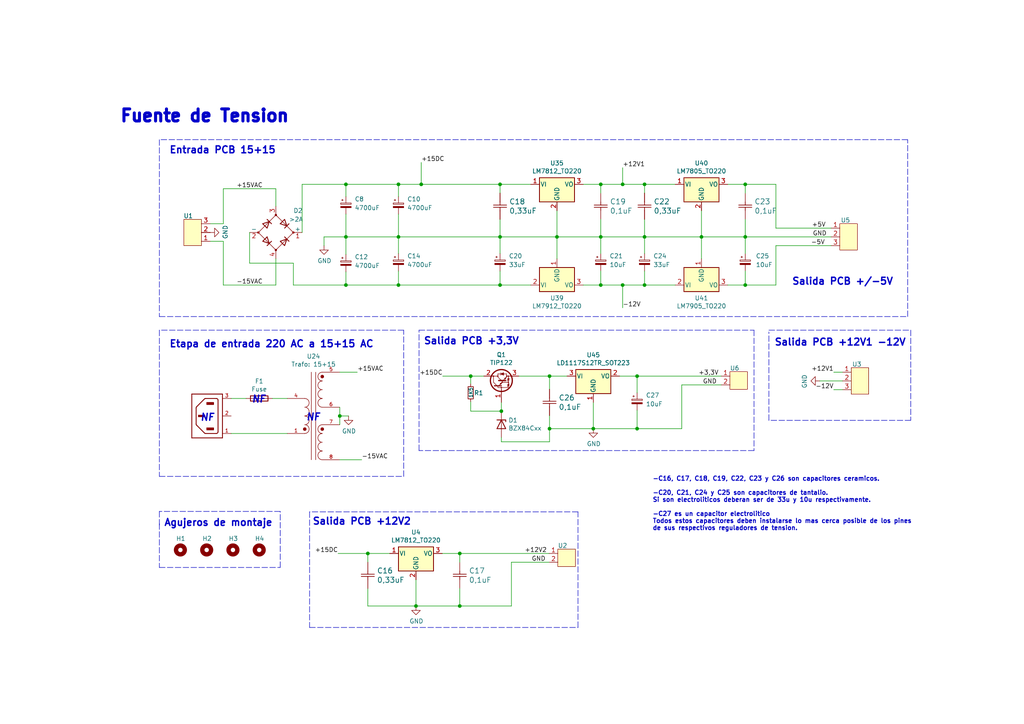
<source format=kicad_sch>
(kicad_sch (version 20211123) (generator eeschema)
  (paper "A4")
  (title_block (title "PLACA DE ALIMENTACIÓN") (date "2021-12-15") (rev "V02") (comment 2 "creativecommons.org/licenses/by/4.0/") (comment 3 "License: CC BY 4.0") (comment 4 "Author: Ibañez Lucas"))
  (lib_symbols
    (symbol "6ESRM-P:6ESRM-P" (pin_names (offset 1.016) hide)
      (symbol "6ESRM-P_0_0"
        (polyline (pts (xy 0 -6.35) (xy 8.89 -6.35)) (stroke (width 0.254)))
        (polyline (pts (xy 0 6.35) (xy 0 -6.35)) (stroke (width 0.254)))
        (polyline (pts (xy 1.27 4.572) (xy 1.27 -4.572)) (stroke (width 0.254)))
        (polyline (pts (xy 1.778 -5.08) (xy 4.8768 -5.08)) (stroke (width 0.254)))
        (polyline (pts (xy 4.8768 5.08) (xy 1.778 5.08)) (stroke (width 0.254)))
        (polyline (pts (xy 5.2324 -4.9276) (xy 7.4676 -2.6924)) (stroke (width 0.254)))
        (polyline (pts (xy 7.4676 2.6924) (xy 5.2324 4.9276)) (stroke (width 0.254)))
        (polyline (pts (xy 7.62 -2.3368) (xy 7.62 2.3368)) (stroke (width 0.254)))
        (polyline (pts (xy 8.89 -6.35) (xy 8.89 6.35)) (stroke (width 0.254)))
        (polyline (pts (xy 8.89 6.35) (xy 0 6.35)) (stroke (width 0.254)))
        (arc (start 1.27 -4.572) (mid 1.4188 -4.9312) (end 1.778 -5.08) (stroke (width 0.254)))
        (arc (start 1.778 5.08) (mid 1.4188 4.9312) (end 1.27 4.572) (stroke (width 0.254)))
        (rectangle (start 2.54 -3.937) (end 4.572 -3.302) (fill (type outline)))
        (rectangle (start 2.54 3.429) (end 4.572 4.064) (fill (type outline)))
        (arc (start 4.8768 -5.08) (mid 5.0708 -5.0415) (end 5.2324 -4.9276) (stroke (width 0.254)))
        (rectangle (start 5.08 -0.254) (end 6.985 0.254) (fill (type outline)))
        (arc (start 5.2324 4.9276) (mid 5.0687 5.0368) (end 4.8768 5.08) (stroke (width 0.254)))
        (arc (start 7.4676 -2.6924) (mid 7.5768 -2.5287) (end 7.62 -2.3368) (stroke (width 0.254)))
        (arc (start 7.62 2.3368) (mid 7.5815 2.5308) (end 7.4676 2.6924) (stroke (width 0.254)))
        (pin passive line (at -2.54 5.08 0) (length 2.54) (name "~") (number "1"))
        (pin passive line (at -2.54 0 0) (length 2.54) (name "~") (number "2"))
        (pin passive line (at -2.54 -5.08 0) (length 2.54) (name "~") (number "3"))
      )
    )
    (symbol "CEDCp:Bornera_1x2"
      (property "Reference" "U" (at 0.762 2.286 0))
      (property "Value" "Bornera_1x2" (at 3.048 -4.826 0))
      (symbol "Bornera_1x2_0_1"
        (rectangle (start 0 1.27) (end 5.08 -3.81) (fill (type background)))
      )
      (symbol "Bornera_1x2_1_1"
        (pin input line (at -2.54 0 0) (length 2.54) (name "") (number "1"))
        (pin input line (at -2.54 -2.54 0) (length 2.54) (name "") (number "2"))
      )
    )
    (symbol "CEDCp:Bornera_1x3"
      (property "Reference" "U" (at 0.762 2.286 0))
      (property "Value" "Bornera_1x3" (at 2.54 -7.62 0))
      (symbol "Bornera_1x3_0_1"
        (rectangle (start 0 1.27) (end 5.08 -6.35) (fill (type background)))
      )
      (symbol "Bornera_1x3_1_1"
        (pin input line (at -2.54 0 0) (length 2.54) (name "") (number "1"))
        (pin input line (at -2.54 -2.54 0) (length 2.54) (name "") (number "2"))
        (pin input line (at -2.54 -5.08 0) (length 2.54) (name "") (number "3"))
      )
    )
    (symbol "Capacitor_2:C315C222K1R5CA" (pin_numbers hide) (pin_names (offset 1.651) hide)
      (property "Reference" "C" (at 3.81 3.81 0))
      (property "Value" "Capacitor_2_C315C222K1R5CA" (at 3.81 -7.62 0))
      (symbol "C315C222K1R5CA_1_1"
        (polyline (pts (xy 2.54 0) (xy 3.4798 0)) (stroke (width 0.2032)))
        (polyline (pts (xy 3.4798 -1.905) (xy 3.4798 1.905)) (stroke (width 0.2032)))
        (polyline (pts (xy 4.1148 -1.905) (xy 4.1148 1.905)) (stroke (width 0.2032)))
        (polyline (pts (xy 4.1148 0) (xy 5.08 0)) (stroke (width 0.2032)))
        (pin unspecified line (at 0 0 0) (length 2.54) (name "1") (number "1"))
        (pin unspecified line (at 7.62 0 180) (length 2.54) (name "2") (number "2"))
      )
    )
    (symbol "Device:C_Polarized_Small" (pin_numbers hide) (pin_names (offset 0.254) hide)
      (property "Reference" "C" (at 0.254 1.778 0))
      (property "Value" "C_Polarized_Small" (at 0.254 -2.032 0))
      (symbol "C_Polarized_Small_0_1"
        (rectangle (start -1.524 -0.3048) (end 1.524 -0.6858) (fill (type outline)))
        (rectangle (start -1.524 0.6858) (end 1.524 0.3048))
        (polyline (pts (xy -1.27 1.524) (xy -0.762 1.524)))
        (polyline (pts (xy -1.016 1.27) (xy -1.016 1.778)))
      )
      (symbol "C_Polarized_Small_1_1"
        (pin passive line (at 0 2.54 270) (length 1.8542) (name "~") (number "1"))
        (pin passive line (at 0 -2.54 90) (length 1.8542) (name "~") (number "2"))
      )
    )
    (symbol "Device:D_Bridge_+-AA" (pin_names (offset 0))
      (property "Reference" "D" (at 2.54 6.985 0))
      (property "Value" "D_Bridge_+-AA" (at 2.54 5.08 0))
      (symbol "D_Bridge_+-AA_0_1"
        (circle (center -5.08 0) (radius 0.254) (fill (type outline)))
        (circle (center 0 -5.08) (radius 0.254) (fill (type outline)))
        (polyline (pts (xy -2.54 3.81) (xy -1.27 2.54)) (stroke (width 0.254)))
        (polyline (pts (xy -1.27 -2.54) (xy -2.54 -3.81)) (stroke (width 0.254)))
        (polyline (pts (xy 2.54 -1.27) (xy 3.81 -2.54)) (stroke (width 0.254)))
        (polyline (pts (xy 2.54 1.27) (xy 3.81 2.54)) (stroke (width 0.254)))
        (polyline (pts (xy -3.81 2.54) (xy -2.54 1.27) (xy -1.905 3.175) (xy -3.81 2.54)) (stroke (width 0.254)))
        (polyline (pts (xy -2.54 -1.27) (xy -3.81 -2.54) (xy -1.905 -3.175) (xy -2.54 -1.27)) (stroke (width 0.254)))
        (polyline (pts (xy 1.27 2.54) (xy 2.54 3.81) (xy 3.175 1.905) (xy 1.27 2.54)) (stroke (width 0.254)))
        (polyline (pts (xy 3.175 -1.905) (xy 1.27 -2.54) (xy 2.54 -3.81) (xy 3.175 -1.905)) (stroke (width 0.254)))
        (polyline (pts (xy -5.08 0) (xy 0 -5.08) (xy 5.08 0) (xy 0 5.08) (xy -5.08 0)))
        (circle (center 0 5.08) (radius 0.254) (fill (type outline)))
        (circle (center 5.08 0) (radius 0.254) (fill (type outline)))
      )
      (symbol "D_Bridge_+-AA_1_1"
        (pin passive line (at 7.62 0 180) (length 2.54) (name "+") (number "1"))
        (pin passive line (at -7.62 0 0) (length 2.54) (name "-") (number "2"))
        (pin passive line (at 0 7.62 270) (length 2.54) (name "~") (number "3"))
        (pin passive line (at 0 -7.62 90) (length 2.54) (name "~") (number "4"))
      )
    )
    (symbol "Device:Fuse" (pin_numbers hide) (pin_names (offset 0))
      (property "Reference" "F" (at 2.032 0 90))
      (property "Value" "Fuse" (at -1.905 0 90))
      (symbol "Fuse_0_1"
        (rectangle (start -0.762 -2.54) (end 0.762 2.54) (stroke (width 0.254)))
        (polyline (pts (xy 0 2.54) (xy 0 -2.54)))
      )
      (symbol "Fuse_1_1"
        (pin passive line (at 0 3.81 270) (length 1.27) (name "~") (number "1"))
        (pin passive line (at 0 -3.81 90) (length 1.27) (name "~") (number "2"))
      )
    )
    (symbol "Device:R_Small" (pin_numbers hide) (pin_names (offset 0.254) hide)
      (property "Reference" "R" (at 0.762 0.508 0))
      (property "Value" "R_Small" (at 0.762 -1.016 0))
      (symbol "R_Small_0_1"
        (rectangle (start -0.762 1.778) (end 0.762 -1.778) (stroke (width 0.2032)))
      )
      (symbol "R_Small_1_1"
        (pin passive line (at 0 2.54 270) (length 0.762) (name "~") (number "1"))
        (pin passive line (at 0 -2.54 90) (length 0.762) (name "~") (number "2"))
      )
    )
    (symbol "Diode:BZX84Cxx" (pin_numbers hide) (pin_names (offset 1.016) hide)
      (property "Reference" "D" (at 0 2.54 0))
      (property "Value" "BZX84Cxx" (at 0 -2.54 0))
      (symbol "BZX84Cxx_0_1"
        (polyline (pts (xy 1.27 0) (xy -1.27 0)))
        (polyline (pts (xy -1.27 -1.27) (xy -1.27 1.27) (xy -0.762 1.27)) (stroke (width 0.254)))
        (polyline (pts (xy 1.27 -1.27) (xy 1.27 1.27) (xy -1.27 0) (xy 1.27 -1.27)) (stroke (width 0.254)))
      )
      (symbol "BZX84Cxx_1_1"
        (pin passive line (at -3.81 0 0) (length 2.54) (name "K") (number "1"))
        (pin passive line (at 3.81 0 180) (length 2.54) (name "A") (number "2"))
      )
    )
    (symbol "Mechanical:MountingHole" (pin_names (offset 1.016))
      (property "Reference" "H" (at 0 5.08 0))
      (property "Value" "MountingHole" (at 0 3.175 0))
      (symbol "MountingHole_0_1"
        (circle (center 0 0) (radius 1.27) (stroke (width 1.27)))
      )
    )
    (symbol "Regulator_Linear:LD1117S12TR_SOT223" (pin_names (offset 0.254))
      (property "Reference" "U" (at -3.81 3.175 0))
      (property "Value" "LD1117S12TR_SOT223" (at 0 3.175 0))
      (symbol "LD1117S12TR_SOT223_0_1"
        (rectangle (start -5.08 -5.08) (end 5.08 1.905) (stroke (width 0.254)) (fill (type background)))
      )
      (symbol "LD1117S12TR_SOT223_1_1"
        (pin power_in line (at 0 -7.62 90) (length 2.54) (name "GND") (number "1"))
        (pin power_out line (at 7.62 0 180) (length 2.54) (name "VO") (number "2"))
        (pin power_in line (at -7.62 0 0) (length 2.54) (name "VI") (number "3"))
      )
    )
    (symbol "Regulator_Linear:LM7805_TO220" (pin_names (offset 0.254))
      (property "Reference" "U" (at -3.81 3.175 0))
      (property "Value" "LM7805_TO220" (at 0 3.175 0))
      (symbol "LM7805_TO220_0_1"
        (rectangle (start -5.08 1.905) (end 5.08 -5.08) (stroke (width 0.254)) (fill (type background)))
      )
      (symbol "LM7805_TO220_1_1"
        (pin power_in line (at -7.62 0 0) (length 2.54) (name "VI") (number "1"))
        (pin power_in line (at 0 -7.62 90) (length 2.54) (name "GND") (number "2"))
        (pin power_out line (at 7.62 0 180) (length 2.54) (name "VO") (number "3"))
      )
    )
    (symbol "Regulator_Linear:LM7812_TO220" (pin_names (offset 0.254))
      (property "Reference" "U" (at -3.81 3.175 0))
      (property "Value" "LM7812_TO220" (at 0 3.175 0))
      (symbol "LM7812_TO220_0_1"
        (rectangle (start -5.08 1.905) (end 5.08 -5.08) (stroke (width 0.254)) (fill (type background)))
      )
      (symbol "LM7812_TO220_1_1"
        (pin power_in line (at -7.62 0 0) (length 2.54) (name "VI") (number "1"))
        (pin power_in line (at 0 -7.62 90) (length 2.54) (name "GND") (number "2"))
        (pin power_out line (at 7.62 0 180) (length 2.54) (name "VO") (number "3"))
      )
    )
    (symbol "Regulator_Linear:LM7905_TO220" (pin_names (offset 0.254))
      (property "Reference" "U" (at -3.81 -3.175 0))
      (property "Value" "LM7905_TO220" (at 0 -3.175 0))
      (symbol "LM7905_TO220_0_1"
        (rectangle (start -5.08 5.08) (end 5.08 -1.905) (stroke (width 0.254)) (fill (type background)))
      )
      (symbol "LM7905_TO220_1_1"
        (pin power_in line (at 0 7.62 270) (length 2.54) (name "GND") (number "1"))
        (pin power_in line (at -7.62 0 0) (length 2.54) (name "VI") (number "2"))
        (pin power_out line (at 7.62 0 180) (length 2.54) (name "VO") (number "3"))
      )
    )
    (symbol "Regulator_Linear:LM7912_TO220" (pin_names (offset 0.254))
      (property "Reference" "U" (at -3.81 -3.175 0))
      (property "Value" "LM7912_TO220" (at 0 -3.175 0))
      (symbol "LM7912_TO220_0_1"
        (rectangle (start -5.08 5.08) (end 5.08 -1.905) (stroke (width 0.254)) (fill (type background)))
      )
      (symbol "LM7912_TO220_1_1"
        (pin power_in line (at 0 7.62 270) (length 2.54) (name "GND") (number "1"))
        (pin power_in line (at -7.62 0 0) (length 2.54) (name "VI") (number "2"))
        (pin power_out line (at 7.62 0 180) (length 2.54) (name "VO") (number "3"))
      )
    )
    (symbol "ST-4-24:ST-4-24" (pin_names (offset 1.016) hide)
      (property "Reference" "T" (at -9.4234 13.2334 0))
      (property "Value" "ST-4-24_ST-4-24" (at -8.382 -14.986 0))
      (symbol "ST-4-24_0_0"
        (arc (start -2.54 -5.08) (mid -1.27 -3.81) (end -2.54 -2.54) (stroke (width 0.1524)))
        (circle (center -2.54 -3.81) (radius 0.254) (stroke (width 0.508)))
        (arc (start -2.54 -2.54) (mid -1.27 -1.27) (end -2.54 0) (stroke (width 0.1524)))
        (arc (start -2.54 0) (mid -1.27 1.27) (end -2.54 2.54) (stroke (width 0.1524)))
        (arc (start -2.54 2.54) (mid -1.27 3.81) (end -2.54 5.08) (stroke (width 0.1524)))
        (polyline (pts (xy -0.635 12.7) (xy -0.635 -12.7)) (stroke (width 0.1524)))
        (polyline (pts (xy 0.635 12.7) (xy 0.635 -12.7)) (stroke (width 0.1524)))
        (arc (start 2.54 -10.16) (mid 1.27 -11.43) (end 2.54 -12.7) (stroke (width 0.1524)))
        (arc (start 2.54 -7.62) (mid 1.27 -8.89) (end 2.54 -10.16) (stroke (width 0.1524)))
        (arc (start 2.54 -5.08) (mid 1.27 -6.35) (end 2.54 -7.62) (stroke (width 0.1524)))
        (circle (center 2.54 -3.81) (radius 0.254) (stroke (width 0.508)))
        (arc (start 2.54 -2.54) (mid 1.27 -3.81) (end 2.54 -5.08) (stroke (width 0.1524)))
        (arc (start 2.54 5.08) (mid 1.27 3.81) (end 2.54 2.54) (stroke (width 0.1524)))
        (arc (start 2.54 7.62) (mid 1.27 6.35) (end 2.54 5.08) (stroke (width 0.1524)))
        (arc (start 2.54 10.16) (mid 1.27 8.89) (end 2.54 7.62) (stroke (width 0.1524)))
        (circle (center 2.54 11.43) (radius 0.254) (stroke (width 0.508)))
        (arc (start 2.54 12.7) (mid 1.27 11.43) (end 2.54 10.16) (stroke (width 0.1524)))
        (pin passive line (at -7.62 -5.08 0) (length 5.08) (name "~") (number "1"))
        (pin passive line (at -7.62 5.08 0) (length 5.08) (name "~") (number "4"))
        (pin passive line (at 7.62 12.7 180) (length 5.08) (name "~") (number "5"))
        (pin passive line (at 7.62 2.54 180) (length 5.08) (name "~") (number "6"))
        (pin passive line (at 7.62 -2.54 180) (length 5.08) (name "~") (number "7"))
        (pin passive line (at 7.62 -12.7 180) (length 5.08) (name "~") (number "8"))
      )
    )
    (symbol "Transistor_BJT:TIP122" (pin_names (offset 0) hide)
      (property "Reference" "Q" (at 5.08 1.905 0))
      (property "Value" "TIP122" (at 5.08 0 0))
      (symbol "TIP122_0_1"
        (circle (center -0.762 0) (radius 0.127))
        (polyline (pts (xy -1.27 0) (xy -0.889 0)))
        (polyline (pts (xy 2.54 -2.032) (xy 2.54 -2.54)))
        (polyline (pts (xy 2.54 -1.524) (xy 3.175 -1.524)))
        (polyline (pts (xy 2.794 0.127) (xy 3.556 0.127)))
        (polyline (pts (xy 3.175 -0.635) (xy 3.175 -1.524)))
        (polyline (pts (xy 3.175 1.016) (xy 2.54 1.016)))
        (polyline (pts (xy 3.175 1.016) (xy 3.175 0.127)))
        (polyline (pts (xy -0.254 0.762) (xy 0.762 -0.254) (xy 1.27 -0.254)))
        (polyline (pts (xy -0.254 1.016) (xy -0.762 1.016) (xy -0.762 -2.032)))
        (polyline (pts (xy -0.254 1.27) (xy 0.762 2.286) (xy 2.54 2.286)))
        (polyline (pts (xy -0.254 2.032) (xy -0.254 0) (xy -0.254 0)) (stroke (width 0.3048)))
        (polyline (pts (xy 1.27 0.762) (xy 1.27 -1.27) (xy 1.27 -1.27)) (stroke (width 0.381)))
        (polyline (pts (xy 0.635 -0.127) (xy 0.381 0.381) (xy 0.127 0.127) (xy 0.635 -0.127)))
        (polyline (pts (xy 1.27 -0.508) (xy 2.286 -1.524) (xy 2.54 -1.524) (xy 2.54 -2.032)))
        (polyline (pts (xy 1.27 0) (xy 2.286 1.016) (xy 2.54 1.016) (xy 2.54 2.286)))
        (polyline (pts (xy 2.159 -1.397) (xy 1.905 -0.889) (xy 1.651 -1.143) (xy 2.159 -1.397)))
        (polyline (pts (xy 3.175 0.127) (xy 2.794 -0.635) (xy 3.556 -0.635) (xy 3.175 0.127)) (fill (type outline)))
        (polyline (pts (xy 0.762 -2.032) (xy 0.381 -2.032) (xy 0.254 -2.286) (xy 0.127 -1.778) (xy 0 -2.286) (xy -0.127 -1.778) (xy -0.254 -2.286) (xy -0.381 -1.778) (xy -0.508 -2.032) (xy -0.762 -2.032)))
        (polyline (pts (xy 0.762 -0.254) (xy 0.762 -2.032) (xy 1.143 -2.032) (xy 1.27 -1.778) (xy 1.397 -2.286) (xy 1.524 -1.778) (xy 1.651 -2.286) (xy 1.778 -1.778) (xy 1.905 -2.286) (xy 2.032 -2.032) (xy 2.54 -2.032)))
        (circle (center 0.762 -2.032) (radius 0.127))
        (circle (center 0.762 -0.254) (radius 0.127))
        (circle (center 1.27 0) (radius 3.175) (stroke (width 0.3556)))
        (circle (center 2.54 -2.032) (radius 0.127))
        (circle (center 2.54 -1.524) (radius 0.127))
        (circle (center 2.54 1.016) (radius 0.127))
        (circle (center 2.54 2.286) (radius 0.127))
      )
      (symbol "TIP122_1_1"
        (pin input line (at -5.08 0 0) (length 3.81) (name "B") (number "1"))
        (pin passive line (at 2.54 5.08 270) (length 2.667) (name "C") (number "2"))
        (pin passive line (at 2.54 -5.08 90) (length 2.54) (name "E") (number "3"))
      )
    )
    (symbol "power:GND" (power) (pin_names (offset 0))
      (property "Value" "GND" (at 0 -3.81 0))
      (symbol "GND_0_1"
        (polyline (pts (xy 0 0) (xy 0 -1.27) (xy 1.27 -1.27) (xy 0 -2.54) (xy -1.27 -1.27) (xy 0 -1.27)))
      )
      (symbol "GND_1_1"
        (pin power_in line (at 0 0 270) (length 0) hide (name "GND") (number "1"))
      )
    )
  )
  (junction (at 180.594 53.467))
  (junction (at 203.454 68.707))
  (junction (at 145.034 53.467))
  (junction (at 115.57 68.707))
  (junction (at 120.65 175.768))
  (junction (at 174.244 68.707))
  (junction (at 186.944 82.677))
  (junction (at 186.944 68.707))
  (junction (at 115.57 82.677))
  (junction (at 174.244 82.677))
  (junction (at 180.594 82.677))
  (junction (at 100.33 82.677))
  (junction (at 133.35 160.528))
  (junction (at 184.785 109.093))
  (junction (at 186.944 53.467))
  (junction (at 184.785 124.333))
  (junction (at 98.552 120.65))
  (junction (at 106.68 160.528))
  (junction (at 122.174 53.467))
  (junction (at 100.33 53.467))
  (junction (at 216.154 68.707))
  (junction (at 159.385 109.093))
  (junction (at 133.35 175.768))
  (junction (at 174.244 53.467))
  (junction (at 145.034 68.707))
  (junction (at 161.544 68.707))
  (junction (at 145.415 119.253))
  (junction (at 216.154 82.677))
  (junction (at 216.154 53.467))
  (junction (at 172.085 124.333))
  (junction (at 100.33 68.707))
  (junction (at 136.525 109.093))
  (junction (at 145.034 82.677))
  (junction (at 159.385 124.333))
  (junction (at 115.57 53.467))
  (wire (pts (xy 172.085 124.333) (xy 184.785 124.333)))
  (wire (pts (xy 101.092 120.65) (xy 98.552 120.65)))
  (wire (pts (xy 145.034 56.007) (xy 145.034 53.467)))
  (wire (pts (xy 186.944 53.467) (xy 195.834 53.467)))
  (wire (pts (xy 93.98 68.707) (xy 93.98 71.247)))
  (wire (pts (xy 115.57 62.103) (xy 115.57 68.707)))
  (polyline (pts (xy 117.094 138.176) (xy 117.094 95.758)))
  (wire (pts (xy 161.544 68.707) (xy 174.244 68.707)))
  (wire (pts (xy 203.454 61.087) (xy 203.454 68.707)))
  (wire (pts (xy 184.785 109.093) (xy 209.169 109.093)))
  (wire (pts (xy 145.034 68.707) (xy 145.034 73.533)))
  (wire (pts (xy 203.454 68.707) (xy 216.154 68.707)))
  (polyline (pts (xy 46.228 100.33) (xy 46.228 138.176)))
  (wire (pts (xy 98.044 160.528) (xy 106.68 160.528)))
  (polyline (pts (xy 81.28 164.592) (xy 81.28 148.336)))
  (polyline (pts (xy 263.271 40.513) (xy 46.228 40.513)))
  (wire (pts (xy 60.96 69.977) (xy 64.77 69.977)))
  (polyline (pts (xy 218.694 130.683) (xy 121.539 130.683)))
  (wire (pts (xy 98.552 120.65) (xy 98.552 123.19)))
  (wire (pts (xy 169.164 53.467) (xy 174.244 53.467)))
  (wire (pts (xy 195.834 82.677) (xy 186.944 82.677)))
  (wire (pts (xy 100.33 68.707) (xy 100.33 73.787)))
  (wire (pts (xy 64.77 54.737) (xy 80.01 54.737)))
  (wire (pts (xy 145.415 119.253) (xy 145.415 116.713)))
  (wire (pts (xy 136.525 119.253) (xy 145.415 119.253)))
  (wire (pts (xy 244.348 113.03) (xy 241.808 113.03)))
  (wire (pts (xy 100.33 53.467) (xy 100.33 57.023)))
  (wire (pts (xy 225.044 71.247) (xy 241.046 71.247)))
  (polyline (pts (xy 46.228 95.758) (xy 46.228 100.33)))
  (wire (pts (xy 241.046 68.707) (xy 216.154 68.707)))
  (wire (pts (xy 180.594 53.467) (xy 174.244 53.467)))
  (wire (pts (xy 184.785 118.999) (xy 184.785 124.333)))
  (wire (pts (xy 225.044 82.677) (xy 216.154 82.677)))
  (wire (pts (xy 241.046 66.167) (xy 225.044 66.167)))
  (polyline (pts (xy 89.789 181.991) (xy 167.64 181.991)))
  (wire (pts (xy 186.944 78.613) (xy 186.944 82.677)))
  (polyline (pts (xy 218.694 95.758) (xy 218.694 130.683)))
  (wire (pts (xy 203.454 75.057) (xy 203.454 68.707)))
  (wire (pts (xy 60.96 64.897) (xy 64.77 64.897)))
  (wire (pts (xy 136.525 109.093) (xy 136.525 111.379)))
  (wire (pts (xy 145.034 82.677) (xy 115.57 82.677)))
  (wire (pts (xy 122.174 53.467) (xy 145.034 53.467)))
  (polyline (pts (xy 167.64 148.463) (xy 89.789 148.463)))
  (wire (pts (xy 174.244 82.677) (xy 169.164 82.677)))
  (polyline (pts (xy 223.012 121.92) (xy 223.012 96.266)))
  (wire (pts (xy 145.034 82.677) (xy 153.924 82.677)))
  (wire (pts (xy 145.034 78.613) (xy 145.034 82.677)))
  (wire (pts (xy 64.77 69.977) (xy 64.77 82.677)))
  (wire (pts (xy 98.552 107.95) (xy 103.632 107.95)))
  (polyline (pts (xy 264.16 95.758) (xy 264.16 121.92)))
  (wire (pts (xy 145.034 68.707) (xy 161.544 68.707)))
  (polyline (pts (xy 81.28 148.336) (xy 46.228 148.336)))
  (wire (pts (xy 237.744 110.49) (xy 244.348 110.49)))
  (wire (pts (xy 120.65 168.148) (xy 120.65 175.768)))
  (wire (pts (xy 161.544 61.087) (xy 161.544 68.707)))
  (polyline (pts (xy 223.012 95.758) (xy 264.16 95.758)))
  (wire (pts (xy 197.739 111.633) (xy 209.169 111.633)))
  (wire (pts (xy 159.385 109.093) (xy 159.385 112.903)))
  (polyline (pts (xy 121.539 95.758) (xy 218.694 95.758)))
  (wire (pts (xy 174.244 68.707) (xy 174.244 73.533)))
  (wire (pts (xy 159.385 128.143) (xy 159.385 124.333)))
  (wire (pts (xy 106.68 163.068) (xy 106.68 160.528)))
  (wire (pts (xy 145.415 128.143) (xy 159.385 128.143)))
  (wire (pts (xy 186.944 68.707) (xy 186.944 73.533)))
  (wire (pts (xy 197.739 124.333) (xy 197.739 111.633)))
  (polyline (pts (xy 264.16 121.92) (xy 223.012 121.92)))
  (wire (pts (xy 145.034 53.467) (xy 153.924 53.467)))
  (wire (pts (xy 100.33 62.103) (xy 100.33 68.707)))
  (wire (pts (xy 159.385 124.333) (xy 159.385 120.523)))
  (polyline (pts (xy 46.228 138.176) (xy 117.094 138.176)))
  (wire (pts (xy 115.57 68.707) (xy 100.33 68.707)))
  (wire (pts (xy 186.944 56.007) (xy 186.944 53.467)))
  (wire (pts (xy 106.68 175.768) (xy 120.65 175.768)))
  (wire (pts (xy 180.594 89.281) (xy 180.594 82.677)))
  (wire (pts (xy 241.808 107.95) (xy 244.348 107.95)))
  (wire (pts (xy 179.705 109.093) (xy 184.785 109.093)))
  (wire (pts (xy 216.154 68.707) (xy 216.154 73.533)))
  (wire (pts (xy 133.35 163.068) (xy 133.35 160.528)))
  (wire (pts (xy 148.336 163.068) (xy 159.258 163.068)))
  (polyline (pts (xy 46.228 40.513) (xy 46.228 91.821)))
  (wire (pts (xy 159.385 124.333) (xy 172.085 124.333)))
  (wire (pts (xy 78.994 115.57) (xy 83.312 115.57)))
  (wire (pts (xy 180.594 82.677) (xy 174.244 82.677)))
  (wire (pts (xy 87.63 53.467) (xy 100.33 53.467)))
  (polyline (pts (xy 121.539 130.683) (xy 121.539 95.758)))
  (wire (pts (xy 136.525 109.093) (xy 140.335 109.093)))
  (wire (pts (xy 80.01 75.057) (xy 80.01 82.677)))
  (wire (pts (xy 98.552 118.11) (xy 98.552 120.65)))
  (wire (pts (xy 115.57 78.613) (xy 115.57 82.677)))
  (wire (pts (xy 98.552 133.35) (xy 104.902 133.35)))
  (wire (pts (xy 133.35 170.688) (xy 133.35 175.768)))
  (polyline (pts (xy 89.789 148.463) (xy 89.789 181.991)))
  (polyline (pts (xy 46.228 148.336) (xy 46.228 152.4)))
  (wire (pts (xy 128.397 109.093) (xy 136.525 109.093)))
  (wire (pts (xy 174.244 78.613) (xy 174.244 82.677)))
  (wire (pts (xy 64.77 82.677) (xy 80.01 82.677)))
  (wire (pts (xy 172.085 116.713) (xy 172.085 124.333)))
  (wire (pts (xy 186.944 53.467) (xy 180.594 53.467)))
  (polyline (pts (xy 117.094 95.758) (xy 46.228 95.758)))
  (wire (pts (xy 122.174 47.117) (xy 122.174 53.467)))
  (wire (pts (xy 159.385 109.093) (xy 150.495 109.093)))
  (wire (pts (xy 161.544 68.707) (xy 161.544 75.057)))
  (wire (pts (xy 186.944 82.677) (xy 180.594 82.677)))
  (wire (pts (xy 106.68 170.688) (xy 106.68 175.768)))
  (wire (pts (xy 80.01 54.737) (xy 80.01 59.817)))
  (wire (pts (xy 225.044 82.677) (xy 225.044 71.247)))
  (wire (pts (xy 148.336 175.768) (xy 148.336 163.068)))
  (wire (pts (xy 67.056 125.73) (xy 83.312 125.73)))
  (wire (pts (xy 71.374 115.57) (xy 67.056 115.57)))
  (wire (pts (xy 100.33 78.867) (xy 100.33 82.677)))
  (wire (pts (xy 133.35 175.768) (xy 148.336 175.768)))
  (wire (pts (xy 216.154 78.613) (xy 216.154 82.677)))
  (wire (pts (xy 136.525 116.459) (xy 136.525 119.253)))
  (wire (pts (xy 115.57 68.707) (xy 145.034 68.707)))
  (wire (pts (xy 174.244 56.007) (xy 174.244 53.467)))
  (polyline (pts (xy 46.228 151.892) (xy 46.228 164.592)))
  (wire (pts (xy 145.034 63.627) (xy 145.034 68.707)))
  (wire (pts (xy 72.39 76.327) (xy 85.09 76.327)))
  (polyline (pts (xy 46.228 164.592) (xy 81.28 164.592)))
  (wire (pts (xy 106.68 160.528) (xy 113.03 160.528)))
  (wire (pts (xy 115.57 53.467) (xy 122.174 53.467)))
  (wire (pts (xy 211.074 53.467) (xy 216.154 53.467)))
  (wire (pts (xy 100.33 82.677) (xy 115.57 82.677)))
  (polyline (pts (xy 167.64 181.991) (xy 167.64 148.463)))
  (wire (pts (xy 64.77 64.897) (xy 64.77 54.737)))
  (wire (pts (xy 120.65 175.768) (xy 133.35 175.768)))
  (wire (pts (xy 180.594 53.467) (xy 180.594 48.641)))
  (wire (pts (xy 85.09 76.327) (xy 85.09 82.677)))
  (wire (pts (xy 133.35 160.528) (xy 159.258 160.528)))
  (wire (pts (xy 159.385 109.093) (xy 164.465 109.093)))
  (wire (pts (xy 72.39 67.437) (xy 72.39 76.327)))
  (wire (pts (xy 128.27 160.528) (xy 133.35 160.528)))
  (wire (pts (xy 184.785 109.093) (xy 184.785 113.919)))
  (wire (pts (xy 87.63 67.437) (xy 87.63 53.467)))
  (polyline (pts (xy 46.228 91.821) (xy 263.271 91.821)))
  (wire (pts (xy 174.244 68.707) (xy 186.944 68.707)))
  (wire (pts (xy 115.57 68.707) (xy 115.57 73.533)))
  (wire (pts (xy 184.785 124.333) (xy 197.739 124.333)))
  (wire (pts (xy 211.074 82.677) (xy 216.154 82.677)))
  (wire (pts (xy 216.154 53.467) (xy 216.154 56.007)))
  (wire (pts (xy 115.57 53.467) (xy 100.33 53.467)))
  (wire (pts (xy 115.57 53.467) (xy 115.57 57.023)))
  (wire (pts (xy 174.244 63.627) (xy 174.244 68.707)))
  (wire (pts (xy 225.044 66.167) (xy 225.044 53.467)))
  (wire (pts (xy 85.09 82.677) (xy 100.33 82.677)))
  (wire (pts (xy 186.944 63.627) (xy 186.944 68.707)))
  (wire (pts (xy 225.044 53.467) (xy 216.154 53.467)))
  (wire (pts (xy 145.415 126.873) (xy 145.415 128.143)))
  (wire (pts (xy 216.154 63.627) (xy 216.154 68.707)))
  (wire (pts (xy 100.33 68.707) (xy 93.98 68.707)))
  (wire (pts (xy 186.944 68.707) (xy 203.454 68.707)))
  (polyline (pts (xy 263.271 91.821) (xy 263.271 40.513)))
  (text "NF" (at 72.898 117.1194 0) (effects (font (size 2 2) (thickness 0.4) bold italic) (justify left bottom)))
  (text "Salida PCB +/-5V\n" (at 229.616 82.931 0) (effects (font (size 2 2) (thickness 0.4) bold) (justify left bottom)))
  (text "Etapa de entrada 220 AC a 15+15 AC\n" (at 49.022 101.092 0) (effects (font (size 2 2) (thickness 0.4) bold) (justify left bottom)))
  (text "NF" (at 57.9882 122.4026 0) (effects (font (size 2 2) (thickness 0.4) bold italic) (justify left bottom)))
  (text "Salida PCB +3,3V\n" (at 122.809 100.203 0) (effects (font (size 2 2) (thickness 0.4) bold) (justify left bottom)))
  (text "NF" (at 88.6968 122.301 0) (effects (font (size 2 2) (thickness 0.4) bold italic) (justify left bottom)))
  (text "Fuente de Tension\n" (at 34.544 35.814 0) (effects (font (size 3.5 3.5) (thickness 0.8992) bold) (justify left bottom)))
  (text "Salida PCB +12V1 -12V\n" (at 224.536 100.584 0) (effects (font (size 2 2) (thickness 0.4) bold) (justify left bottom)))
  (text "Salida PCB +12V2\n" (at 90.551 152.527 0) (effects (font (size 2 2) (thickness 0.4) bold) (justify left bottom)))
  (text "Entrada PCB 15+15\n" (at 49.022 44.831 0) (effects (font (size 2 2) (thickness 0.4) bold) (justify left bottom)))
  (text "-C16, C17, C18, C19, C22, C23 y C26 son capacitores ceramicos.\n\n-C20, C21, C24 y C25 son capacitores de tantalio.\nSi son electroliticos deberan ser de 33u y 10u respectivamente.\n\n-C27 es un capacitor electrolitico\nTodos estos capacitores deben instalarse lo mas cerca posible de los pines\nde sus respectivos reguladores de tension." (at 189.23 154.051 0) (effects (font (size 1.27 1.27) (thickness 0.254) bold) (justify left bottom)))
  (text "Agujeros de montaje\n" (at 47.498 152.908 0) (effects (font (size 2 2) (thickness 0.4) bold) (justify left bottom)))
  (label "+15VAC" (at 68.58 54.737 0))
  (label "+15DC" (at 128.397 109.093 180))
  (label "+12V2" (at 152.146 160.528 0))
  (label "-5V" (at 235.204 71.247 0))
  (label "+15DC" (at 98.044 160.528 180))
  (label "-15VAC" (at 68.58 82.677 0))
  (label "GND" (at 203.835 111.633 0))
  (label "GND" (at 235.712 68.707 0))
  (label "-15VAC" (at 104.902 133.35 0))
  (label "+5V" (at 235.458 66.167 0))
  (label "+12V1" (at 241.808 107.95 180))
  (label "+3,3V" (at 202.565 109.093 0))
  (label "GND" (at 154.178 163.068 0))
  (label "+15VAC" (at 103.632 107.95 0))
  (label "-12V" (at 241.808 113.03 180))
  (label "+15DC" (at 122.174 47.117 0))
  (label "+12V1" (at 180.594 48.641 0))
  (label "-12V" (at 180.594 89.281 0))
  (symbol (lib_id "Device:D_Bridge_+-AA") (at 80.01 67.437 0) (unit 1)
    (property "Reference" "D2" (at 85.09 61.087 0) (effects (justify left)))
    (property "Value" ">2A " (at 83.82 63.627 0) (effects (justify left)))
    (property "Footprint" "Diode_THT:Diode_Bridge_15.2x15.2x6.3mm_P10.9mm" (effects hide))
  )
  (symbol (lib_id "Capacitor_2:C315C222K1R5CA") (at 145.034 56.007 270) (unit 1)
    (property "Reference" "C18" (at 147.6756 58.4708 90) (effects (font (size 1.524 1.524)) (justify left)))
    (property "Value" "0,33uF" (at 147.6756 61.1632 90) (effects (font (size 1.524 1.524)) (justify left)))
    (property "Footprint" "Capacitor_THT:C_Disc_D7.5mm_W2.5mm_P5.00mm" (effects hide))
  )
  (symbol (lib_id "6ESRM-P:6ESRM-P") (at 64.516 120.65 180) (unit 1)
    (property "Reference" "X1" (effects hide))
    (property "Value" "6ESRM-P" (effects hide))
    (property "EU_RoHS_Compliance" "Compliant" (effects hide))
    (property "Comment" "1609078-1" (effects hide))
  )
  (symbol (lib_id "Device:Fuse") (at 75.184 115.57 270) (unit 1)
    (property "Reference" "F1" (at 75.184 110.5662 90))
    (property "Value" "Fuse" (at 75.184 112.8776 90))
  )
  (symbol (lib_id "ST-4-24:ST-4-24") (at 90.932 120.65 0) (unit 1)
    (property "Reference" "U24" (at 90.932 103.3526 0))
    (property "Value" "Trafo: 15+15" (at 90.932 105.664 0))
    (property "MANUFACTURER" "Signal Transformer" (effects hide))
    (property "PARTREV" "ST/DST Series 12.19" (effects hide))
    (property "STANDARD" "Manufacturer Recommendations" (effects hide))
    (property "MAXIMUM_PACKAGE_HEIGHT" "33.3mm" (effects hide))
  )
  (symbol (lib_id "power:GND") (at 93.98 71.247 0) (unit 1)
    (property "Reference" "#PWR0101" (effects hide))
    (property "Value" "GND" (at 94.107 75.6412 0))
  )
  (symbol (lib_id "power:GND") (at 101.092 120.65 0) (unit 1)
    (property "Reference" "#PWR0102" (effects hide))
    (property "Value" "GND" (at 101.219 125.0442 0))
  )
  (symbol (lib_id "Regulator_Linear:LM7912_TO220") (at 161.544 82.677 0) (unit 1)
    (property "Reference" "U39" (at 161.544 86.4616 0))
    (property "Value" "LM7912_TO220" (at 161.544 88.773 0))
    (property "Footprint" "Package_TO_SOT_THT:TO-220-3_Vertical" (effects hide))
    (property "Datasheet" "hhttps://www.onsemi.com/pub/Collateral/MC7900-D.PDF" (effects hide))
  )
  (symbol (lib_id "Regulator_Linear:LM7812_TO220") (at 161.544 53.467 0) (unit 1)
    (property "Reference" "U35" (at 161.544 47.3202 0))
    (property "Value" "LM7812_TO220" (at 161.544 49.6316 0))
    (property "Footprint" "Package_TO_SOT_THT:TO-220-3_Vertical" (effects hide))
    (property "Datasheet" "https://www.onsemi.cn/PowerSolutions/document/MC7800-D.PDF" (effects hide))
  )
  (symbol (lib_id "Capacitor_2:C315C222K1R5CA") (at 174.244 56.007 270) (unit 1)
    (property "Reference" "C19" (at 176.8856 58.4708 90) (effects (font (size 1.524 1.524)) (justify left)))
    (property "Value" "0,1uF" (at 176.8856 61.1632 90) (effects (font (size 1.524 1.524)) (justify left)))
    (property "Footprint" "Capacitor_THT:C_Disc_D7.5mm_W2.5mm_P5.00mm" (effects hide))
  )
  (symbol (lib_id "Regulator_Linear:LM7805_TO220") (at 203.454 53.467 0) (unit 1)
    (property "Reference" "U40" (at 203.454 47.3202 0))
    (property "Value" "LM7805_TO220" (at 203.454 49.6316 0))
    (property "Footprint" "Package_TO_SOT_THT:TO-220-3_Vertical" (effects hide))
    (property "Datasheet" "https://www.onsemi.cn/PowerSolutions/document/MC7800-D.PDF" (effects hide))
  )
  (symbol (lib_id "Capacitor_2:C315C222K1R5CA") (at 186.944 56.007 270) (unit 1)
    (property "Reference" "C22" (at 189.5856 58.4708 90) (effects (font (size 1.524 1.524)) (justify left)))
    (property "Value" "0,33uF" (at 189.5856 61.1632 90) (effects (font (size 1.524 1.524)) (justify left)))
    (property "Footprint" "Capacitor_THT:C_Disc_D7.5mm_W2.5mm_P5.00mm" (effects hide))
  )
  (symbol (lib_id "Capacitor_2:C315C222K1R5CA") (at 216.154 56.007 270) (unit 1)
    (property "Reference" "C23" (at 218.7956 58.4708 90) (effects (font (size 1.524 1.524)) (justify left)))
    (property "Value" "0,1uF" (at 218.7956 61.1632 90) (effects (font (size 1.524 1.524)) (justify left)))
    (property "Footprint" "Capacitor_THT:C_Disc_D7.5mm_W2.5mm_P5.00mm" (effects hide))
  )
  (symbol (lib_id "Regulator_Linear:LM7905_TO220") (at 203.454 82.677 0) (unit 1)
    (property "Reference" "U41" (at 203.454 86.4616 0))
    (property "Value" "LM7905_TO220" (at 203.454 88.773 0))
    (property "Footprint" "Package_TO_SOT_THT:TO-220-3_Vertical" (effects hide))
    (property "Datasheet" "https://www.onsemi.com/pub/Collateral/MC7900-D.PDF" (effects hide))
  )
  (symbol (lib_id "power:GND") (at 60.96 67.437 90) (unit 1)
    (property "Reference" "#PWR0105" (effects hide))
    (property "Value" "GND" (at 65.3542 67.31 0))
  )
  (symbol (lib_id "Capacitor_2:C315C222K1R5CA") (at 106.68 163.068 270) (unit 1)
    (property "Reference" "C16" (at 109.3216 165.5318 90) (effects (font (size 1.524 1.524)) (justify left)))
    (property "Value" "0,33uF" (at 109.3216 168.2242 90) (effects (font (size 1.524 1.524)) (justify left)))
    (property "Footprint" "Capacitor_THT:C_Disc_D7.5mm_W2.5mm_P5.00mm" (effects hide))
  )
  (symbol (lib_id "Regulator_Linear:LM7812_TO220") (at 120.65 160.528 0) (unit 1)
    (property "Reference" "U4" (at 120.65 154.3812 0))
    (property "Value" "LM7812_TO220" (at 120.65 156.6926 0))
    (property "Footprint" "Package_TO_SOT_THT:TO-220-3_Vertical" (effects hide))
    (property "Datasheet" "https://www.onsemi.cn/PowerSolutions/document/MC7800-D.PDF" (effects hide))
  )
  (symbol (lib_id "Capacitor_2:C315C222K1R5CA") (at 133.35 163.068 270) (unit 1)
    (property "Reference" "C17" (at 135.9916 165.5318 90) (effects (font (size 1.524 1.524)) (justify left)))
    (property "Value" "0,1uF" (at 135.9916 168.2242 90) (effects (font (size 1.524 1.524)) (justify left)))
    (property "Footprint" "Capacitor_THT:C_Disc_D7.5mm_W2.5mm_P5.00mm" (effects hide))
  )
  (symbol (lib_id "power:GND") (at 120.65 175.768 0) (unit 1)
    (property "Reference" "#PWR0103" (effects hide))
    (property "Value" "GND" (at 120.777 180.1622 0))
  )
  (symbol (lib_id "Regulator_Linear:LD1117S12TR_SOT223") (at 172.085 109.093 0) (unit 1)
    (property "Reference" "U45" (at 172.085 102.9462 0))
    (property "Value" "LD1117S12TR_SOT223" (at 172.085 105.2576 0))
    (property "Footprint" "Package_TO_SOT_THT:TO-220-3_Vertical" (effects hide))
    (property "Datasheet" "http://www.st.com/st-web-ui/static/active/en/resource/technical/document/datasheet/CD00000544.pdf" (effects hide))
  )
  (symbol (lib_id "Capacitor_2:C315C222K1R5CA") (at 159.385 112.903 270) (unit 1)
    (property "Reference" "C26" (at 162.0266 115.3668 90) (effects (font (size 1.524 1.524)) (justify left)))
    (property "Value" "0,1uF" (at 162.0266 118.0592 90) (effects (font (size 1.524 1.524)) (justify left)))
    (property "Footprint" "Capacitor_THT:C_Disc_D7.5mm_W2.5mm_P5.00mm" (effects hide))
  )
  (symbol (lib_id "power:GND") (at 172.085 124.333 0) (unit 1)
    (property "Reference" "#PWR0104" (effects hide))
    (property "Value" "GND" (at 172.212 128.7272 0))
  )
  (symbol (lib_id "Transistor_BJT:TIP122") (at 145.415 111.633 90) (unit 1)
    (property "Reference" "Q1" (at 145.415 102.8954 90))
    (property "Value" "TIP122" (at 145.415 105.2068 90))
    (property "Footprint" "Package_TO_SOT_THT:TO-220-3_Vertical" (effects hide))
    (property "Datasheet" "https://www.onsemi.com/pub/Collateral/TIP120-D.PDF" (effects hide))
  )
  (symbol (lib_id "Diode:BZX84Cxx") (at 145.415 123.063 270) (unit 1)
    (property "Reference" "D1" (at 147.447 121.8946 90) (effects (justify left)))
    (property "Value" "BZX84Cxx" (at 147.447 124.206 90) (effects (justify left)))
    (property "Footprint" "Diode_THT:D_A-405_P7.62mm_Horizontal" (effects hide))
    (property "Datasheet" "https://diotec.com/tl_files/diotec/files/pdf/datasheets/bzx84c2v4.pdf" (effects hide))
  )
  (symbol (lib_id "Mechanical:MountingHole") (at 59.944 159.512 0) (unit 1)
    (property "Reference" "H2" (at 58.674 156.21 0) (effects (justify left)))
    (property "Value" "MountingHole" (effects hide))
    (property "Footprint" "MountingHole:MountingHole_3.2mm_M3_Pad_Via" (effects hide))
  )
  (symbol (lib_id "Device:C_Polarized_Small") (at 115.57 59.563 0) (unit 1)
    (property "Reference" "C10" (at 118.11 57.7468 0) (effects (justify left)))
    (property "Value" "4700uF" (at 118.11 60.2868 0) (effects (justify left)))
    (property "Footprint" "CEDCp:Cap_4700uF_35V" (effects hide))
  )
  (symbol (lib_id "Device:R_Small") (at 136.525 113.919 0) (unit 1)
    (property "Reference" "R1" (at 137.4902 113.9698 0) (effects (justify left)))
    (property "Value" "1K5" (at 136.5758 115.3922 90) (effects (font (size 1 1)) (justify left)))
    (property "Footprint" "CEDCp:Resistencia_0,25W" (effects hide))
  )
  (symbol (lib_id "Device:C_Polarized_Small") (at 184.785 116.459 0) (unit 1)
    (property "Reference" "C27" (at 187.325 114.6428 0) (effects (justify left)))
    (property "Value" "10uF" (at 187.325 117.1828 0) (effects (justify left)))
    (property "Footprint" "CEDCp:Cap_1uF" (effects hide))
  )
  (symbol (lib_id "CEDCp:Bornera_1x2") (at 161.798 160.528 0) (unit 1)
    (property "Reference" "U2" (at 161.798 158.242 0) (effects (justify left)))
    (property "Value" "Bornera_1x2" (effects hide))
    (property "Footprint" "CEDCp:Bornera_1x2" (effects hide))
  )
  (symbol (lib_id "CEDCp:Bornera_1x2") (at 211.709 109.093 0) (unit 1)
    (property "Reference" "U6" (at 211.709 106.807 0) (effects (justify left)))
    (property "Value" "Bornera_1x2" (effects hide))
    (property "Footprint" "CEDCp:Bornera_1x2" (effects hide))
  )
  (symbol (lib_id "Device:C_Polarized_Small") (at 100.33 59.563 0) (unit 1)
    (property "Reference" "C8" (at 102.87 57.7468 0) (effects (justify left)))
    (property "Value" "4700uF" (at 102.87 60.2868 0) (effects (justify left)))
    (property "Footprint" "CEDCp:Cap_4700uF_50V" (effects hide))
  )
  (symbol (lib_id "Device:C_Polarized_Small") (at 186.944 76.073 0) (unit 1)
    (property "Reference" "C24" (at 189.484 74.2568 0) (effects (justify left)))
    (property "Value" "33uF" (at 189.484 76.7968 0) (effects (justify left)))
    (property "Footprint" "CEDCp:Cap_1uF" (effects hide))
  )
  (symbol (lib_id "Device:C_Polarized_Small") (at 145.034 76.073 0) (unit 1)
    (property "Reference" "C20" (at 147.574 74.2568 0) (effects (justify left)))
    (property "Value" "33uF" (at 147.574 76.7968 0) (effects (justify left)))
    (property "Footprint" "CEDCp:Cap_1uF" (effects hide))
  )
  (symbol (lib_id "Device:C_Polarized_Small") (at 174.244 76.073 0) (unit 1)
    (property "Reference" "C21" (at 176.784 74.2568 0) (effects (justify left)))
    (property "Value" "10uF" (at 176.784 76.7968 0) (effects (justify left)))
    (property "Footprint" "CEDCp:Cap_1uF" (effects hide))
  )
  (symbol (lib_id "CEDCp:Bornera_1x3") (at 246.888 107.95 0) (unit 1)
    (property "Reference" "U3" (at 247.142 105.664 0) (effects (justify left)))
    (property "Value" "Bornera_1x3" (effects hide))
    (property "Footprint" "CEDCp:Bornera_1x3" (effects hide))
  )
  (symbol (lib_id "power:GND") (at 237.744 110.49 270) (unit 1)
    (property "Reference" "#PWR0106" (effects hide))
    (property "Value" "GND" (at 233.3498 110.617 0))
  )
  (symbol (lib_id "Device:C_Polarized_Small") (at 115.57 76.073 0) (unit 1)
    (property "Reference" "C14" (at 118.11 74.2568 0) (effects (justify left)))
    (property "Value" "4700uF" (at 118.11 76.7968 0) (effects (justify left)))
    (property "Footprint" "CEDCp:Cap_4700uF_35V" (effects hide))
  )
  (symbol (lib_id "CEDCp:Bornera_1x3") (at 243.586 66.167 0) (unit 1)
    (property "Reference" "U5" (at 243.84 63.881 0) (effects (justify left)))
    (property "Value" "Bornera_1x3" (effects hide))
    (property "Footprint" "CEDCp:Bornera_1x3" (effects hide))
  )
  (symbol (lib_id "Device:C_Polarized_Small") (at 100.33 76.327 0) (unit 1)
    (property "Reference" "C12" (at 102.87 74.5108 0) (effects (justify left)))
    (property "Value" "4700uF" (at 102.87 77.0508 0) (effects (justify left)))
    (property "Footprint" "CEDCp:Cap_4700uF_50V" (effects hide))
  )
  (symbol (lib_id "Mechanical:MountingHole") (at 67.564 159.512 0) (unit 1)
    (property "Reference" "H3" (at 66.294 156.21 0) (effects (justify left)))
    (property "Value" "MountingHole" (effects hide))
    (property "Footprint" "MountingHole:MountingHole_3.2mm_M3_Pad_Via" (effects hide))
  )
  (symbol (lib_id "Mechanical:MountingHole") (at 75.184 159.512 0) (unit 1)
    (property "Reference" "H4" (at 73.914 156.21 0) (effects (justify left)))
    (property "Value" "MountingHole" (effects hide))
    (property "Footprint" "MountingHole:MountingHole_3.2mm_M3_Pad_Via" (effects hide))
  )
  (symbol (lib_id "Mechanical:MountingHole") (at 52.324 159.512 0) (unit 1)
    (property "Reference" "H1" (at 51.054 156.21 0) (effects (justify left)))
    (property "Value" "MountingHole" (effects hide))
    (property "Footprint" "MountingHole:MountingHole_3.2mm_M3_Pad_Via" (effects hide))
  )
  (symbol (lib_id "CEDCp:Bornera_1x3") (at 58.42 69.977 180) (unit 1)
    (property "Reference" "U1" (at 54.61 62.611 0))
    (property "Value" "Bornera_1x3" (effects hide))
    (property "Footprint" "CEDCp:Bornera_1x3" (effects hide))
  )
  (symbol (lib_id "Device:C_Polarized_Small") (at 216.154 76.073 0) (unit 1)
    (property "Reference" "C25" (at 219.202 74.2568 0) (effects (justify left)))
    (property "Value" "10uF" (at 219.202 76.7968 0) (effects (justify left)))
    (property "Footprint" "CEDCp:Cap_1uF" (effects hide))
  )
)
</source>
